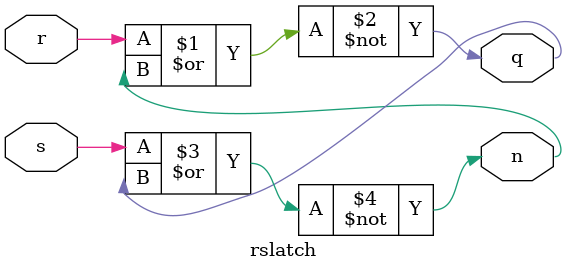
<source format=sv>
module rslatch (input logic r, s, output logic q, n);
    assign q = ~(r|n); 
    assign n = ~(s|q);
endmodule
</source>
